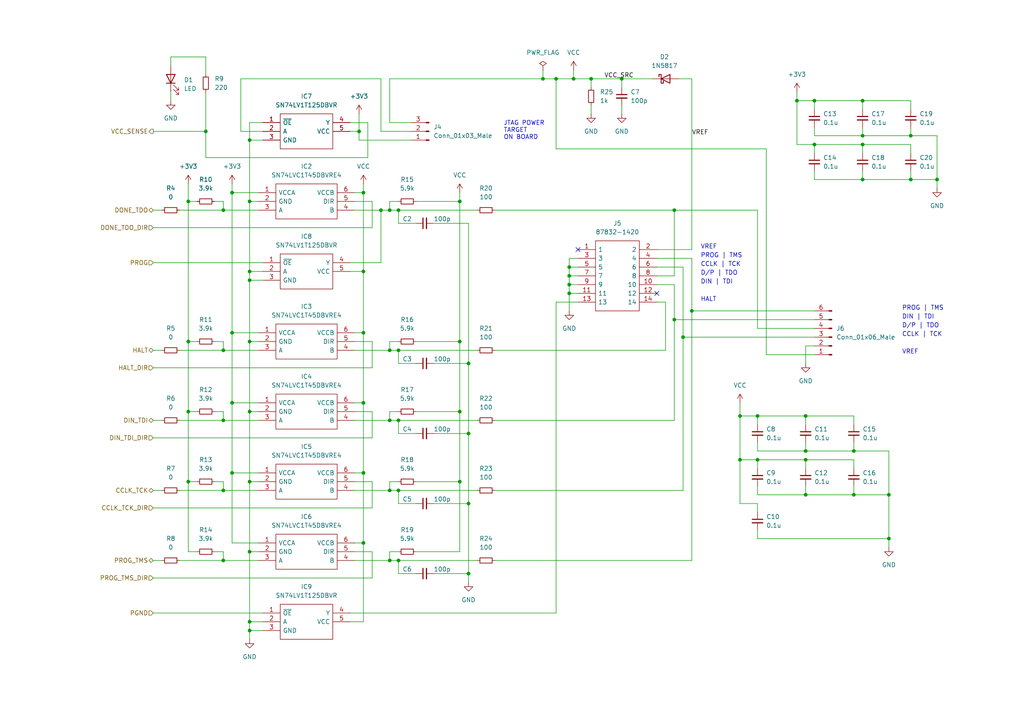
<source format=kicad_sch>
(kicad_sch (version 20211123) (generator eeschema)
  (paper "A4")
  (lib_symbols
    (symbol "Connector:Conn_01x03_Male" (pin_names (offset 1.016) hide)
      (property "Reference" "J" (at 0 5.08 0))
      (property "Value" "Conn_01x03_Male" (at 0 -5.08 0))
      (symbol "Conn_01x03_Male_1_1"
        (polyline (pts (xy 1.27 -2.54) (xy 0.8636 -2.54)) (stroke (width 0.1524)))
        (polyline (pts (xy 1.27 0) (xy 0.8636 0)) (stroke (width 0.1524)))
        (polyline (pts (xy 1.27 2.54) (xy 0.8636 2.54)) (stroke (width 0.1524)))
        (rectangle (start 0.8636 -2.413) (end 0 -2.667) (stroke (width 0.1524)) (fill (type outline)))
        (rectangle (start 0.8636 0.127) (end 0 -0.127) (stroke (width 0.1524)) (fill (type outline)))
        (rectangle (start 0.8636 2.667) (end 0 2.413) (stroke (width 0.1524)) (fill (type outline)))
        (pin passive line (at 5.08 2.54 180) (length 3.81) (name "Pin_1") (number "1"))
        (pin passive line (at 5.08 0 180) (length 3.81) (name "Pin_2") (number "2"))
        (pin passive line (at 5.08 -2.54 180) (length 3.81) (name "Pin_3") (number "3"))
      )
    )
    (symbol "Connector:Conn_01x06_Male" (pin_names (offset 1.016) hide)
      (property "Reference" "J" (at 0 7.62 0))
      (property "Value" "Conn_01x06_Male" (at 0 -10.16 0))
      (symbol "Conn_01x06_Male_1_1"
        (polyline (pts (xy 1.27 -7.62) (xy 0.8636 -7.62)) (stroke (width 0.1524)))
        (polyline (pts (xy 1.27 -5.08) (xy 0.8636 -5.08)) (stroke (width 0.1524)))
        (polyline (pts (xy 1.27 -2.54) (xy 0.8636 -2.54)) (stroke (width 0.1524)))
        (polyline (pts (xy 1.27 0) (xy 0.8636 0)) (stroke (width 0.1524)))
        (polyline (pts (xy 1.27 2.54) (xy 0.8636 2.54)) (stroke (width 0.1524)))
        (polyline (pts (xy 1.27 5.08) (xy 0.8636 5.08)) (stroke (width 0.1524)))
        (rectangle (start 0.8636 -7.493) (end 0 -7.747) (stroke (width 0.1524)) (fill (type outline)))
        (rectangle (start 0.8636 -4.953) (end 0 -5.207) (stroke (width 0.1524)) (fill (type outline)))
        (rectangle (start 0.8636 -2.413) (end 0 -2.667) (stroke (width 0.1524)) (fill (type outline)))
        (rectangle (start 0.8636 0.127) (end 0 -0.127) (stroke (width 0.1524)) (fill (type outline)))
        (rectangle (start 0.8636 2.667) (end 0 2.413) (stroke (width 0.1524)) (fill (type outline)))
        (rectangle (start 0.8636 5.207) (end 0 4.953) (stroke (width 0.1524)) (fill (type outline)))
        (pin passive line (at 5.08 5.08 180) (length 3.81) (name "Pin_1") (number "1"))
        (pin passive line (at 5.08 2.54 180) (length 3.81) (name "Pin_2") (number "2"))
        (pin passive line (at 5.08 0 180) (length 3.81) (name "Pin_3") (number "3"))
        (pin passive line (at 5.08 -2.54 180) (length 3.81) (name "Pin_4") (number "4"))
        (pin passive line (at 5.08 -5.08 180) (length 3.81) (name "Pin_5") (number "5"))
        (pin passive line (at 5.08 -7.62 180) (length 3.81) (name "Pin_6") (number "6"))
      )
    )
    (symbol "Device:C_Small" (pin_numbers hide) (pin_names (offset 0.254) hide)
      (property "Reference" "C" (at 0.254 1.778 0))
      (property "Value" "C_Small" (at 0.254 -2.032 0))
      (symbol "C_Small_0_1"
        (polyline (pts (xy -1.524 -0.508) (xy 1.524 -0.508)) (stroke (width 0.3302)))
        (polyline (pts (xy -1.524 0.508) (xy 1.524 0.508)) (stroke (width 0.3048)))
      )
      (symbol "C_Small_1_1"
        (pin passive line (at 0 2.54 270) (length 2.032) (name "~") (number "1"))
        (pin passive line (at 0 -2.54 90) (length 2.032) (name "~") (number "2"))
      )
    )
    (symbol "Device:LED" (pin_numbers hide) (pin_names (offset 1.016) hide)
      (property "Reference" "D" (at 0 2.54 0))
      (property "Value" "LED" (at 0 -2.54 0))
      (symbol "LED_0_1"
        (polyline (pts (xy -1.27 -1.27) (xy -1.27 1.27)) (stroke (width 0.254)))
        (polyline (pts (xy -1.27 0) (xy 1.27 0)))
        (polyline (pts (xy 1.27 -1.27) (xy 1.27 1.27) (xy -1.27 0) (xy 1.27 -1.27)) (stroke (width 0.254)))
        (polyline (pts (xy -3.048 -0.762) (xy -4.572 -2.286) (xy -3.81 -2.286) (xy -4.572 -2.286) (xy -4.572 -1.524)))
        (polyline (pts (xy -1.778 -0.762) (xy -3.302 -2.286) (xy -2.54 -2.286) (xy -3.302 -2.286) (xy -3.302 -1.524)))
      )
      (symbol "LED_1_1"
        (pin passive line (at -3.81 0 0) (length 2.54) (name "K") (number "1"))
        (pin passive line (at 3.81 0 180) (length 2.54) (name "A") (number "2"))
      )
    )
    (symbol "Device:R_Small" (pin_numbers hide) (pin_names (offset 0.254) hide)
      (property "Reference" "R" (at 0.762 0.508 0))
      (property "Value" "R_Small" (at 0.762 -1.016 0))
      (symbol "R_Small_0_1"
        (rectangle (start -0.762 1.778) (end 0.762 -1.778) (stroke (width 0.2032)))
      )
      (symbol "R_Small_1_1"
        (pin passive line (at 0 2.54 270) (length 0.762) (name "~") (number "1"))
        (pin passive line (at 0 -2.54 90) (length 0.762) (name "~") (number "2"))
      )
    )
    (symbol "Diode:1N5817" (pin_numbers hide) (pin_names (offset 1.016) hide)
      (property "Reference" "D" (at 0 2.54 0))
      (property "Value" "1N5817" (at 0 -2.54 0))
      (symbol "1N5817_0_1"
        (polyline (pts (xy 1.27 0) (xy -1.27 0)))
        (polyline (pts (xy 1.27 1.27) (xy 1.27 -1.27) (xy -1.27 0) (xy 1.27 1.27)) (stroke (width 0.254)))
        (polyline (pts (xy -1.905 0.635) (xy -1.905 1.27) (xy -1.27 1.27) (xy -1.27 -1.27) (xy -0.635 -1.27) (xy -0.635 -0.635)) (stroke (width 0.254)))
      )
      (symbol "1N5817_1_1"
        (pin passive line (at -3.81 0 0) (length 2.54) (name "K") (number "1"))
        (pin passive line (at 3.81 0 180) (length 2.54) (name "A") (number "2"))
      )
    )
    (symbol "LibraryLoader:87832-1420" (pin_names (offset 0.762))
      (property "Reference" "J" (at 19.05 7.62 0))
      (property "Value" "87832-1420" (at 19.05 5.08 0))
      (symbol "87832-1420_0_0"
        (pin passive line (at 0 0 0) (length 5.08) (name "1") (number "1"))
        (pin passive line (at 22.86 -10.16 180) (length 5.08) (name "10") (number "10"))
        (pin passive line (at 0 -12.7 0) (length 5.08) (name "11") (number "11"))
        (pin passive line (at 22.86 -12.7 180) (length 5.08) (name "12") (number "12"))
        (pin passive line (at 0 -15.24 0) (length 5.08) (name "13") (number "13"))
        (pin passive line (at 22.86 -15.24 180) (length 5.08) (name "14") (number "14"))
        (pin passive line (at 22.86 0 180) (length 5.08) (name "2") (number "2"))
        (pin passive line (at 0 -2.54 0) (length 5.08) (name "3") (number "3"))
        (pin passive line (at 22.86 -2.54 180) (length 5.08) (name "4") (number "4"))
        (pin passive line (at 0 -5.08 0) (length 5.08) (name "5") (number "5"))
        (pin passive line (at 22.86 -5.08 180) (length 5.08) (name "6") (number "6"))
        (pin passive line (at 0 -7.62 0) (length 5.08) (name "7") (number "7"))
        (pin passive line (at 22.86 -7.62 180) (length 5.08) (name "8") (number "8"))
        (pin passive line (at 0 -10.16 0) (length 5.08) (name "9") (number "9"))
      )
      (symbol "87832-1420_0_1"
        (polyline (pts (xy 5.08 2.54) (xy 17.78 2.54) (xy 17.78 -17.78) (xy 5.08 -17.78) (xy 5.08 2.54)) (stroke (width 0.1524)))
      )
    )
    (symbol "LibraryLoader:SN74LV1T125DBVR" (pin_names (offset 0.762))
      (property "Reference" "IC" (at 21.59 7.62 0))
      (property "Value" "SN74LV1T125DBVR" (at 21.59 5.08 0))
      (symbol "SN74LV1T125DBVR_0_0"
        (pin passive line (at 0 0 0) (length 5.08) (name "~{OE}") (number "1"))
        (pin passive line (at 0 -2.54 0) (length 5.08) (name "A") (number "2"))
        (pin passive line (at 0 -5.08 0) (length 5.08) (name "GND") (number "3"))
        (pin passive line (at 25.4 0 180) (length 5.08) (name "Y") (number "4"))
        (pin passive line (at 25.4 -2.54 180) (length 5.08) (name "VCC") (number "5"))
      )
      (symbol "SN74LV1T125DBVR_0_1"
        (polyline (pts (xy 5.08 2.54) (xy 20.32 2.54) (xy 20.32 -7.62) (xy 5.08 -7.62) (xy 5.08 2.54)) (stroke (width 0.1524)))
      )
    )
    (symbol "LibraryLoader:SN74LVC1T45DBVRE4" (pin_names (offset 0.762))
      (property "Reference" "IC" (at 24.13 7.62 0))
      (property "Value" "SN74LVC1T45DBVRE4" (at 24.13 5.08 0))
      (symbol "SN74LVC1T45DBVRE4_0_0"
        (pin passive line (at 0 0 0) (length 5.08) (name "VCCA") (number "1"))
        (pin passive line (at 0 -2.54 0) (length 5.08) (name "GND") (number "2"))
        (pin passive line (at 0 -5.08 0) (length 5.08) (name "A") (number "3"))
        (pin passive line (at 27.94 -5.08 180) (length 5.08) (name "B") (number "4"))
        (pin passive line (at 27.94 -2.54 180) (length 5.08) (name "DIR") (number "5"))
        (pin passive line (at 27.94 0 180) (length 5.08) (name "VCCB") (number "6"))
      )
      (symbol "SN74LVC1T45DBVRE4_0_1"
        (polyline (pts (xy 5.08 2.54) (xy 22.86 2.54) (xy 22.86 -7.62) (xy 5.08 -7.62) (xy 5.08 2.54)) (stroke (width 0.1524)))
      )
    )
    (symbol "power:+3.3V" (power) (pin_names (offset 0))
      (property "Value" "+3.3V" (at 0 3.556 0))
      (symbol "+3.3V_0_1"
        (polyline (pts (xy -0.762 1.27) (xy 0 2.54)))
        (polyline (pts (xy 0 0) (xy 0 2.54)))
        (polyline (pts (xy 0 2.54) (xy 0.762 1.27)))
      )
      (symbol "+3.3V_1_1"
        (pin power_in line (at 0 0 90) (length 0) hide (name "+3V3") (number "1"))
      )
    )
    (symbol "power:GND" (power) (pin_names (offset 0))
      (property "Value" "GND" (at 0 -3.81 0))
      (symbol "GND_0_1"
        (polyline (pts (xy 0 0) (xy 0 -1.27) (xy 1.27 -1.27) (xy 0 -2.54) (xy -1.27 -1.27) (xy 0 -1.27)))
      )
      (symbol "GND_1_1"
        (pin power_in line (at 0 0 270) (length 0) hide (name "GND") (number "1"))
      )
    )
    (symbol "power:PWR_FLAG" (power) (pin_numbers hide) (pin_names (offset 0) hide)
      (property "Value" "PWR_FLAG" (at 0 3.81 0))
      (symbol "PWR_FLAG_0_0"
        (pin power_out line (at 0 0 90) (length 0) (name "pwr") (number "1"))
      )
      (symbol "PWR_FLAG_0_1"
        (polyline (pts (xy 0 0) (xy 0 1.27) (xy -1.016 1.905) (xy 0 2.54) (xy 1.016 1.905) (xy 0 1.27)))
      )
    )
    (symbol "power:VCC" (power) (pin_names (offset 0))
      (property "Value" "VCC" (at 0 3.81 0))
      (symbol "VCC_0_1"
        (polyline (pts (xy -0.762 1.27) (xy 0 2.54)))
        (polyline (pts (xy 0 0) (xy 0 2.54)))
        (polyline (pts (xy 0 2.54) (xy 0.762 1.27)))
      )
      (symbol "VCC_1_1"
        (pin power_in line (at 0 0 90) (length 0) hide (name "VCC") (number "1"))
      )
    )
  )
  (junction (at 214.63 133.35))
  (junction (at 250.19 41.91))
  (junction (at 67.31 137.16))
  (junction (at 250.19 29.21))
  (junction (at 195.58 92.71))
  (junction (at 236.22 41.91))
  (junction (at 271.78 52.07))
  (junction (at 247.65 143.51))
  (junction (at 135.89 105.41))
  (junction (at 54.61 119.38))
  (junction (at 165.1 80.01))
  (junction (at 113.03 101.6))
  (junction (at 195.58 60.96))
  (junction (at 233.68 120.65))
  (junction (at 133.35 99.06))
  (junction (at 157.48 22.86))
  (junction (at 110.49 60.96))
  (junction (at 113.03 60.96))
  (junction (at 72.39 78.74))
  (junction (at 214.63 120.65))
  (junction (at 165.1 85.09))
  (junction (at 166.37 22.86))
  (junction (at 67.31 96.52))
  (junction (at 257.81 143.51))
  (junction (at 67.31 116.84))
  (junction (at 165.1 82.55))
  (junction (at 105.41 157.48))
  (junction (at 113.03 142.24))
  (junction (at 64.77 101.6))
  (junction (at 264.16 52.07))
  (junction (at 72.39 99.06))
  (junction (at 133.35 139.7))
  (junction (at 219.71 133.35))
  (junction (at 64.77 121.92))
  (junction (at 105.41 96.52))
  (junction (at 105.41 137.16))
  (junction (at 72.39 182.88))
  (junction (at 105.41 55.88))
  (junction (at 72.39 58.42))
  (junction (at 105.41 116.84))
  (junction (at 165.1 77.47))
  (junction (at 171.45 22.86))
  (junction (at 219.71 120.65))
  (junction (at 105.41 78.74))
  (junction (at 233.68 130.81))
  (junction (at 115.57 60.96))
  (junction (at 67.31 55.88))
  (junction (at 264.16 39.37))
  (junction (at 64.77 162.56))
  (junction (at 113.03 121.92))
  (junction (at 161.29 22.86))
  (junction (at 54.61 139.7))
  (junction (at 115.57 101.6))
  (junction (at 115.57 162.56))
  (junction (at 135.89 146.05))
  (junction (at 233.68 143.51))
  (junction (at 180.34 22.86))
  (junction (at 250.19 39.37))
  (junction (at 64.77 60.96))
  (junction (at 231.14 29.21))
  (junction (at 200.66 90.17))
  (junction (at 133.35 119.38))
  (junction (at 250.19 52.07))
  (junction (at 104.14 38.1))
  (junction (at 64.77 142.24))
  (junction (at 72.39 81.28))
  (junction (at 54.61 58.42))
  (junction (at 135.89 125.73))
  (junction (at 59.69 38.1))
  (junction (at 133.35 58.42))
  (junction (at 113.03 162.56))
  (junction (at 54.61 99.06))
  (junction (at 72.39 119.38))
  (junction (at 247.65 130.81))
  (junction (at 135.89 166.37))
  (junction (at 72.39 160.02))
  (junction (at 257.81 156.21))
  (junction (at 72.39 40.64))
  (junction (at 198.12 97.79))
  (junction (at 72.39 139.7))
  (junction (at 236.22 29.21))
  (junction (at 233.68 133.35))
  (junction (at 115.57 121.92))
  (junction (at 72.39 180.34))
  (junction (at 115.57 142.24))
  (no_connect (at 190.5 85.09))
  (no_connect (at 167.64 72.39))
  (wire (pts (xy 125.73 105.41) (xy 135.89 105.41)))
  (wire (pts (xy 105.41 116.84) (xy 105.41 96.52)))
  (wire (pts (xy 247.65 143.51) (xy 247.65 140.97)))
  (wire (pts (xy 193.04 87.63) (xy 193.04 101.6)))
  (wire (pts (xy 59.69 45.72) (xy 59.69 38.1)))
  (wire (pts (xy 219.71 128.27) (xy 219.71 130.81)))
  (wire (pts (xy 113.03 22.86) (xy 113.03 35.56)))
  (wire (pts (xy 44.45 162.56) (xy 46.99 162.56)))
  (wire (pts (xy 236.22 31.75) (xy 236.22 29.21)))
  (wire (pts (xy 54.61 139.7) (xy 54.61 119.38)))
  (wire (pts (xy 193.04 101.6) (xy 143.51 101.6)))
  (wire (pts (xy 74.93 99.06) (xy 72.39 99.06)))
  (wire (pts (xy 113.03 22.86) (xy 157.48 22.86)))
  (wire (pts (xy 247.65 120.65) (xy 247.65 123.19)))
  (wire (pts (xy 222.25 43.18) (xy 161.29 43.18)))
  (wire (pts (xy 165.1 77.47) (xy 167.64 77.47)))
  (wire (pts (xy 195.58 80.01) (xy 195.58 60.96)))
  (wire (pts (xy 180.34 22.86) (xy 171.45 22.86)))
  (wire (pts (xy 102.87 55.88) (xy 105.41 55.88)))
  (wire (pts (xy 236.22 39.37) (xy 250.19 39.37)))
  (wire (pts (xy 76.2 180.34) (xy 72.39 180.34)))
  (wire (pts (xy 64.77 160.02) (xy 64.77 162.56)))
  (wire (pts (xy 165.1 80.01) (xy 165.1 82.55)))
  (wire (pts (xy 110.49 38.1) (xy 119.38 38.1)))
  (wire (pts (xy 113.03 162.56) (xy 102.87 162.56)))
  (wire (pts (xy 214.63 120.65) (xy 214.63 133.35)))
  (wire (pts (xy 250.19 31.75) (xy 250.19 29.21)))
  (wire (pts (xy 198.12 142.24) (xy 143.51 142.24)))
  (wire (pts (xy 236.22 41.91) (xy 250.19 41.91)))
  (wire (pts (xy 101.6 177.8) (xy 161.29 177.8)))
  (wire (pts (xy 44.45 106.68) (xy 107.95 106.68)))
  (wire (pts (xy 231.14 41.91) (xy 236.22 41.91)))
  (wire (pts (xy 214.63 146.05) (xy 214.63 133.35)))
  (wire (pts (xy 105.41 180.34) (xy 105.41 157.48)))
  (wire (pts (xy 165.1 85.09) (xy 167.64 85.09)))
  (wire (pts (xy 257.81 143.51) (xy 257.81 156.21)))
  (wire (pts (xy 233.68 133.35) (xy 233.68 135.89)))
  (wire (pts (xy 125.73 146.05) (xy 135.89 146.05)))
  (wire (pts (xy 271.78 54.61) (xy 271.78 52.07)))
  (wire (pts (xy 115.57 60.96) (xy 113.03 60.96)))
  (wire (pts (xy 190.5 80.01) (xy 195.58 80.01)))
  (wire (pts (xy 271.78 39.37) (xy 264.16 39.37)))
  (wire (pts (xy 76.2 40.64) (xy 72.39 40.64)))
  (wire (pts (xy 161.29 22.86) (xy 157.48 22.86)))
  (wire (pts (xy 119.38 40.64) (xy 104.14 40.64)))
  (wire (pts (xy 250.19 52.07) (xy 250.19 49.53)))
  (wire (pts (xy 125.73 125.73) (xy 135.89 125.73)))
  (wire (pts (xy 135.89 125.73) (xy 135.89 146.05)))
  (wire (pts (xy 219.71 146.05) (xy 214.63 146.05)))
  (wire (pts (xy 64.77 99.06) (xy 64.77 101.6)))
  (wire (pts (xy 135.89 146.05) (xy 135.89 166.37)))
  (wire (pts (xy 115.57 99.06) (xy 113.03 99.06)))
  (wire (pts (xy 264.16 41.91) (xy 264.16 44.45)))
  (wire (pts (xy 110.49 60.96) (xy 102.87 60.96)))
  (wire (pts (xy 115.57 139.7) (xy 113.03 139.7)))
  (wire (pts (xy 44.45 38.1) (xy 59.69 38.1)))
  (wire (pts (xy 101.6 76.2) (xy 110.49 76.2)))
  (wire (pts (xy 200.66 74.93) (xy 190.5 74.93)))
  (wire (pts (xy 133.35 58.42) (xy 133.35 55.88)))
  (wire (pts (xy 67.31 96.52) (xy 67.31 55.88)))
  (wire (pts (xy 44.45 147.32) (xy 107.95 147.32)))
  (wire (pts (xy 105.41 78.74) (xy 105.41 55.88)))
  (wire (pts (xy 64.77 121.92) (xy 74.93 121.92)))
  (wire (pts (xy 171.45 22.86) (xy 171.45 25.4)))
  (wire (pts (xy 72.39 81.28) (xy 76.2 81.28)))
  (wire (pts (xy 165.1 82.55) (xy 165.1 85.09)))
  (wire (pts (xy 115.57 101.6) (xy 138.43 101.6)))
  (wire (pts (xy 72.39 185.42) (xy 72.39 182.88)))
  (wire (pts (xy 200.66 90.17) (xy 236.22 90.17)))
  (wire (pts (xy 115.57 101.6) (xy 113.03 101.6)))
  (wire (pts (xy 120.65 146.05) (xy 115.57 146.05)))
  (wire (pts (xy 236.22 29.21) (xy 231.14 29.21)))
  (wire (pts (xy 264.16 39.37) (xy 264.16 36.83)))
  (wire (pts (xy 219.71 95.25) (xy 236.22 95.25)))
  (wire (pts (xy 107.95 127) (xy 107.95 119.38)))
  (wire (pts (xy 105.41 96.52) (xy 105.41 78.74)))
  (wire (pts (xy 54.61 53.34) (xy 54.61 58.42)))
  (wire (pts (xy 236.22 100.33) (xy 233.68 100.33)))
  (wire (pts (xy 264.16 29.21) (xy 264.16 31.75)))
  (wire (pts (xy 62.23 58.42) (xy 64.77 58.42)))
  (wire (pts (xy 72.39 160.02) (xy 72.39 180.34)))
  (wire (pts (xy 200.66 72.39) (xy 200.66 22.86)))
  (wire (pts (xy 236.22 102.87) (xy 222.25 102.87)))
  (wire (pts (xy 115.57 160.02) (xy 113.03 160.02)))
  (wire (pts (xy 219.71 156.21) (xy 257.81 156.21)))
  (wire (pts (xy 219.71 133.35) (xy 233.68 133.35)))
  (wire (pts (xy 74.93 137.16) (xy 67.31 137.16)))
  (wire (pts (xy 250.19 39.37) (xy 264.16 39.37)))
  (wire (pts (xy 59.69 16.51) (xy 59.69 21.59)))
  (wire (pts (xy 231.14 29.21) (xy 231.14 41.91)))
  (wire (pts (xy 62.23 119.38) (xy 64.77 119.38)))
  (wire (pts (xy 161.29 87.63) (xy 167.64 87.63)))
  (wire (pts (xy 64.77 119.38) (xy 64.77 121.92)))
  (wire (pts (xy 233.68 130.81) (xy 247.65 130.81)))
  (wire (pts (xy 120.65 99.06) (xy 133.35 99.06)))
  (wire (pts (xy 171.45 22.86) (xy 166.37 22.86)))
  (wire (pts (xy 72.39 81.28) (xy 72.39 99.06)))
  (wire (pts (xy 219.71 143.51) (xy 233.68 143.51)))
  (wire (pts (xy 64.77 142.24) (xy 74.93 142.24)))
  (wire (pts (xy 107.95 160.02) (xy 102.87 160.02)))
  (wire (pts (xy 219.71 135.89) (xy 219.71 133.35)))
  (wire (pts (xy 105.41 157.48) (xy 105.41 137.16)))
  (wire (pts (xy 198.12 97.79) (xy 198.12 142.24)))
  (wire (pts (xy 74.93 139.7) (xy 72.39 139.7)))
  (wire (pts (xy 180.34 22.86) (xy 180.34 25.4)))
  (wire (pts (xy 219.71 120.65) (xy 214.63 120.65)))
  (wire (pts (xy 161.29 177.8) (xy 161.29 87.63)))
  (wire (pts (xy 171.45 30.48) (xy 171.45 33.02)))
  (wire (pts (xy 52.07 101.6) (xy 64.77 101.6)))
  (wire (pts (xy 257.81 130.81) (xy 257.81 143.51)))
  (wire (pts (xy 166.37 22.86) (xy 161.29 22.86)))
  (wire (pts (xy 101.6 35.56) (xy 106.68 35.56)))
  (wire (pts (xy 198.12 77.47) (xy 198.12 97.79)))
  (wire (pts (xy 49.53 26.67) (xy 49.53 29.21)))
  (wire (pts (xy 67.31 116.84) (xy 67.31 96.52)))
  (wire (pts (xy 135.89 105.41) (xy 135.89 125.73)))
  (wire (pts (xy 104.14 40.64) (xy 104.14 38.1)))
  (wire (pts (xy 250.19 29.21) (xy 264.16 29.21)))
  (wire (pts (xy 52.07 60.96) (xy 64.77 60.96)))
  (wire (pts (xy 44.45 167.64) (xy 107.95 167.64)))
  (wire (pts (xy 74.93 58.42) (xy 72.39 58.42)))
  (wire (pts (xy 72.39 99.06) (xy 72.39 119.38)))
  (wire (pts (xy 59.69 26.67) (xy 59.69 38.1)))
  (wire (pts (xy 257.81 156.21) (xy 257.81 158.75)))
  (wire (pts (xy 214.63 116.84) (xy 214.63 120.65)))
  (wire (pts (xy 233.68 123.19) (xy 233.68 120.65)))
  (wire (pts (xy 271.78 52.07) (xy 271.78 39.37)))
  (wire (pts (xy 67.31 157.48) (xy 67.31 137.16)))
  (wire (pts (xy 115.57 121.92) (xy 113.03 121.92)))
  (wire (pts (xy 54.61 58.42) (xy 57.15 58.42)))
  (wire (pts (xy 219.71 148.59) (xy 219.71 146.05)))
  (wire (pts (xy 113.03 119.38) (xy 113.03 121.92)))
  (wire (pts (xy 133.35 99.06) (xy 133.35 58.42)))
  (wire (pts (xy 143.51 60.96) (xy 195.58 60.96)))
  (wire (pts (xy 120.65 64.77) (xy 115.57 64.77)))
  (wire (pts (xy 72.39 78.74) (xy 76.2 78.74)))
  (wire (pts (xy 74.93 160.02) (xy 72.39 160.02)))
  (wire (pts (xy 236.22 49.53) (xy 236.22 52.07)))
  (wire (pts (xy 250.19 52.07) (xy 264.16 52.07)))
  (wire (pts (xy 101.6 38.1) (xy 104.14 38.1)))
  (wire (pts (xy 133.35 119.38) (xy 133.35 99.06)))
  (wire (pts (xy 264.16 52.07) (xy 264.16 49.53)))
  (wire (pts (xy 195.58 82.55) (xy 195.58 92.71)))
  (wire (pts (xy 165.1 85.09) (xy 165.1 90.17)))
  (wire (pts (xy 107.95 106.68) (xy 107.95 99.06)))
  (wire (pts (xy 233.68 120.65) (xy 247.65 120.65)))
  (wire (pts (xy 233.68 100.33) (xy 233.68 105.41)))
  (wire (pts (xy 219.71 140.97) (xy 219.71 143.51)))
  (wire (pts (xy 44.45 142.24) (xy 46.99 142.24)))
  (wire (pts (xy 157.48 20.32) (xy 157.48 22.86)))
  (wire (pts (xy 54.61 99.06) (xy 57.15 99.06)))
  (wire (pts (xy 72.39 78.74) (xy 72.39 81.28)))
  (wire (pts (xy 120.65 160.02) (xy 133.35 160.02)))
  (wire (pts (xy 236.22 41.91) (xy 236.22 44.45)))
  (wire (pts (xy 64.77 139.7) (xy 64.77 142.24)))
  (wire (pts (xy 233.68 130.81) (xy 233.68 128.27)))
  (wire (pts (xy 247.65 133.35) (xy 233.68 133.35)))
  (wire (pts (xy 106.68 35.56) (xy 106.68 45.72)))
  (wire (pts (xy 101.6 78.74) (xy 105.41 78.74)))
  (wire (pts (xy 115.57 121.92) (xy 138.43 121.92)))
  (wire (pts (xy 219.71 153.67) (xy 219.71 156.21)))
  (wire (pts (xy 72.39 139.7) (xy 72.39 160.02)))
  (wire (pts (xy 110.49 76.2) (xy 110.49 60.96)))
  (wire (pts (xy 102.87 142.24) (xy 113.03 142.24)))
  (wire (pts (xy 231.14 29.21) (xy 231.14 26.67)))
  (wire (pts (xy 64.77 162.56) (xy 74.93 162.56)))
  (wire (pts (xy 72.39 180.34) (xy 72.39 182.88)))
  (wire (pts (xy 113.03 60.96) (xy 110.49 60.96)))
  (wire (pts (xy 247.65 130.81) (xy 247.65 128.27)))
  (wire (pts (xy 72.39 119.38) (xy 72.39 139.7)))
  (wire (pts (xy 120.65 119.38) (xy 133.35 119.38)))
  (wire (pts (xy 115.57 58.42) (xy 113.03 58.42)))
  (wire (pts (xy 57.15 139.7) (xy 54.61 139.7)))
  (wire (pts (xy 180.34 30.48) (xy 180.34 33.02)))
  (wire (pts (xy 64.77 60.96) (xy 74.93 60.96)))
  (wire (pts (xy 200.66 74.93) (xy 200.66 90.17)))
  (wire (pts (xy 54.61 58.42) (xy 54.61 99.06)))
  (wire (pts (xy 233.68 120.65) (xy 219.71 120.65)))
  (wire (pts (xy 102.87 116.84) (xy 105.41 116.84)))
  (wire (pts (xy 143.51 121.92) (xy 195.58 121.92)))
  (wire (pts (xy 250.19 39.37) (xy 250.19 36.83)))
  (wire (pts (xy 161.29 43.18) (xy 161.29 22.86)))
  (wire (pts (xy 52.07 142.24) (xy 64.77 142.24)))
  (wire (pts (xy 250.19 41.91) (xy 250.19 44.45)))
  (wire (pts (xy 250.19 29.21) (xy 236.22 29.21)))
  (wire (pts (xy 107.95 139.7) (xy 102.87 139.7)))
  (wire (pts (xy 115.57 162.56) (xy 113.03 162.56)))
  (wire (pts (xy 44.45 121.92) (xy 46.99 121.92)))
  (wire (pts (xy 200.66 162.56) (xy 200.66 90.17)))
  (wire (pts (xy 107.95 119.38) (xy 102.87 119.38)))
  (wire (pts (xy 250.19 41.91) (xy 264.16 41.91)))
  (wire (pts (xy 107.95 99.06) (xy 102.87 99.06)))
  (wire (pts (xy 54.61 160.02) (xy 54.61 139.7)))
  (wire (pts (xy 107.95 167.64) (xy 107.95 160.02)))
  (wire (pts (xy 49.53 16.51) (xy 59.69 16.51)))
  (wire (pts (xy 44.45 177.8) (xy 76.2 177.8)))
  (wire (pts (xy 57.15 160.02) (xy 54.61 160.02)))
  (wire (pts (xy 62.23 99.06) (xy 64.77 99.06)))
  (wire (pts (xy 189.23 22.86) (xy 180.34 22.86)))
  (wire (pts (xy 76.2 35.56) (xy 72.39 35.56)))
  (wire (pts (xy 106.68 45.72) (xy 59.69 45.72)))
  (wire (pts (xy 195.58 92.71) (xy 195.58 121.92)))
  (wire (pts (xy 247.65 135.89) (xy 247.65 133.35)))
  (wire (pts (xy 198.12 97.79) (xy 236.22 97.79)))
  (wire (pts (xy 44.45 60.96) (xy 46.99 60.96)))
  (wire (pts (xy 105.41 55.88) (xy 105.41 53.34)))
  (wire (pts (xy 120.65 105.41) (xy 115.57 105.41)))
  (wire (pts (xy 76.2 38.1) (xy 69.85 38.1)))
  (wire (pts (xy 115.57 166.37) (xy 115.57 162.56)))
  (wire (pts (xy 125.73 64.77) (xy 135.89 64.77)))
  (wire (pts (xy 247.65 143.51) (xy 257.81 143.51)))
  (wire (pts (xy 72.39 58.42) (xy 72.39 78.74)))
  (wire (pts (xy 166.37 20.32) (xy 166.37 22.86)))
  (wire (pts (xy 105.41 137.16) (xy 105.41 116.84)))
  (wire (pts (xy 72.39 35.56) (xy 72.39 40.64)))
  (wire (pts (xy 74.93 55.88) (xy 67.31 55.88)))
  (wire (pts (xy 115.57 142.24) (xy 138.43 142.24)))
  (wire (pts (xy 219.71 60.96) (xy 219.71 95.25)))
  (wire (pts (xy 64.77 101.6) (xy 74.93 101.6)))
  (wire (pts (xy 62.23 139.7) (xy 64.77 139.7)))
  (wire (pts (xy 113.03 139.7) (xy 113.03 142.24)))
  (wire (pts (xy 52.07 162.56) (xy 64.77 162.56)))
  (wire (pts (xy 198.12 77.47) (xy 190.5 77.47)))
  (wire (pts (xy 64.77 58.42) (xy 64.77 60.96)))
  (wire (pts (xy 74.93 157.48) (xy 67.31 157.48)))
  (wire (pts (xy 74.93 119.38) (xy 72.39 119.38)))
  (wire (pts (xy 233.68 143.51) (xy 233.68 140.97)))
  (wire (pts (xy 190.5 72.39) (xy 200.66 72.39)))
  (wire (pts (xy 115.57 119.38) (xy 113.03 119.38)))
  (wire (pts (xy 107.95 147.32) (xy 107.95 139.7)))
  (wire (pts (xy 44.45 101.6) (xy 46.99 101.6)))
  (wire (pts (xy 101.6 180.34) (xy 105.41 180.34)))
  (wire (pts (xy 165.1 80.01) (xy 167.64 80.01)))
  (wire (pts (xy 120.65 139.7) (xy 133.35 139.7)))
  (wire (pts (xy 104.14 38.1) (xy 104.14 33.02)))
  (wire (pts (xy 72.39 40.64) (xy 72.39 58.42)))
  (wire (pts (xy 113.03 160.02) (xy 113.03 162.56)))
  (wire (pts (xy 102.87 96.52) (xy 105.41 96.52)))
  (wire (pts (xy 67.31 55.88) (xy 67.31 53.34)))
  (wire (pts (xy 102.87 121.92) (xy 113.03 121.92)))
  (wire (pts (xy 247.65 130.81) (xy 257.81 130.81)))
  (wire (pts (xy 67.31 137.16) (xy 67.31 116.84)))
  (wire (pts (xy 110.49 22.86) (xy 110.49 38.1)))
  (wire (pts (xy 135.89 168.91) (xy 135.89 166.37)))
  (wire (pts (xy 115.57 64.77) (xy 115.57 60.96)))
  (wire (pts (xy 113.03 35.56) (xy 119.38 35.56)))
  (wire (pts (xy 52.07 121.92) (xy 64.77 121.92)))
  (wire (pts (xy 74.93 96.52) (xy 67.31 96.52)))
  (wire (pts (xy 120.65 58.42) (xy 133.35 58.42)))
  (wire (pts (xy 222.25 43.18) (xy 222.25 102.87)))
  (wire (pts (xy 135.89 64.77) (xy 135.89 105.41)))
  (wire (pts (xy 135.89 166.37) (xy 125.73 166.37)))
  (wire (pts (xy 133.35 139.7) (xy 133.35 119.38)))
  (wire (pts (xy 69.85 22.86) (xy 110.49 22.86)))
  (wire (pts (xy 54.61 99.06) (xy 54.61 119.38)))
  (wire (pts (xy 49.53 19.05) (xy 49.53 16.51)))
  (wire (pts (xy 115.57 60.96) (xy 138.43 60.96)))
  (wire (pts (xy 113.03 99.06) (xy 113.03 101.6)))
  (wire (pts (xy 113.03 58.42) (xy 113.03 60.96)))
  (wire (pts (xy 214.63 133.35) (xy 219.71 133.35)))
  (wire (pts (xy 233.68 143.51) (xy 247.65 143.51)))
  (wire (pts (xy 72.39 182.88) (xy 76.2 182.88)))
  (wire (pts (xy 165.1 77.47) (xy 165.1 80.01)))
  (wire (pts (xy 113.03 101.6) (xy 102.87 101.6)))
  (wire (pts (xy 195.58 60.96) (xy 219.71 60.96)))
  (wire (pts (xy 44.45 66.04) (xy 107.95 66.04)))
  (wire (pts (xy 102.87 137.16) (xy 105.41 137.16)))
  (wire (pts (xy 115.57 146.05) (xy 115.57 142.24)))
  (wire (pts (xy 113.03 142.24) (xy 115.57 142.24)))
  (wire (pts (xy 62.23 160.02) (xy 64.77 160.02)))
  (wire (pts (xy 115.57 105.41) (xy 115.57 101.6)))
  (wire (pts (xy 167.64 74.93) (xy 165.1 74.93)))
  (wire (pts (xy 236.22 36.83) (xy 236.22 39.37)))
  (wire (pts (xy 219.71 123.19) (xy 219.71 120.65)))
  (wire (pts (xy 107.95 66.04) (xy 107.95 58.42)))
  (wire (pts (xy 44.45 127) (xy 107.95 127)))
  (wire (pts (xy 120.65 166.37) (xy 115.57 166.37)))
  (wire (pts (xy 165.1 82.55) (xy 167.64 82.55)))
  (wire (pts (xy 143.51 162.56) (xy 200.66 162.56)))
  (wire (pts (xy 44.45 76.2) (xy 76.2 76.2)))
  (wire (pts (xy 190.5 87.63) (xy 193.04 87.63)))
  (wire (pts (xy 74.93 116.84) (xy 67.31 116.84)))
  (wire (pts (xy 57.15 119.38) (xy 54.61 119.38)))
  (wire (pts (xy 115.57 162.56) (xy 138.43 162.56)))
  (wire (pts (xy 236.22 52.07) (xy 250.19 52.07)))
  (wire (pts (xy 133.35 160.02) (xy 133.35 139.7)))
  (wire (pts (xy 195.58 82.55) (xy 190.5 82.55)))
  (wire (pts (xy 195.58 92.71) (xy 236.22 92.71)))
  (wire (pts (xy 219.71 130.81) (xy 233.68 130.81)))
  (wire (pts (xy 165.1 74.93) (xy 165.1 77.47)))
  (wire (pts (xy 107.95 58.42) (xy 102.87 58.42)))
  (wire (pts (xy 196.85 22.86) (xy 200.66 22.86)))
  (wire (pts (xy 120.65 125.73) (xy 115.57 125.73)))
  (wire (pts (xy 115.57 125.73) (xy 115.57 121.92)))
  (wire (pts (xy 264.16 52.07) (xy 271.78 52.07)))
  (wire (pts (xy 69.85 38.1) (xy 69.85 22.86)))
  (wire (pts (xy 102.87 157.48) (xy 105.41 157.48)))
  (text "CCLK | TCK" (at 203.2 77.47 0) (effects (font (size 1.27 1.27)) (justify left bottom)))
  (text "VREF" (at 261.62 102.87 0) (effects (font (size 1.27 1.27)) (justify left bottom)))
  (text "PROG | TMS" (at 261.62 90.17 0) (effects (font (size 1.27 1.27)) (justify left bottom)))
  (text "D/P | TDO" (at 261.62 95.25 0) (effects (font (size 1.27 1.27)) (justify left bottom)))
  (text "HALT" (at 203.2 87.63 0) (effects (font (size 1.27 1.27)) (justify left bottom)))
  (text "DIN | TDI" (at 203.2 82.55 0) (effects (font (size 1.27 1.27)) (justify left bottom)))
  (text "D/P | TDO" (at 203.2 80.01 0) (effects (font (size 1.27 1.27)) (justify left bottom)))
  (text "VREF" (at 203.2 72.39 0) (effects (font (size 1.27 1.27)) (justify left bottom)))
  (text "DIN | TDI" (at 261.62 92.71 0) (effects (font (size 1.27 1.27)) (justify left bottom)))
  (text "CCLK | TCK" (at 261.62 97.79 0) (effects (font (size 1.27 1.27)) (justify left bottom)))
  (text "PROG | TMS" (at 203.2 74.93 0) (effects (font (size 1.27 1.27)) (justify left bottom)))
  (text "JTAG POWER\nTARGET\nON BOARD" (at 146.05 40.64 0) (effects (font (size 1.27 1.27)) (justify left bottom)))
  (label "VCC_SRC" (at 175.26 22.86 0))
  (label "VREF" (at 200.66 39.37 0))
  (hierarchical_label "VCC_SENSE" (shape output) (at 44.45 38.1 180))
  (hierarchical_label "CCLK_TCK_DIR" (shape input) (at 44.45 147.32 180))
  (hierarchical_label "CCLK_TCK" (shape bidirectional) (at 44.45 142.24 180))
  (hierarchical_label "PROG" (shape input) (at 44.45 76.2 180))
  (hierarchical_label "HALT" (shape bidirectional) (at 44.45 101.6 180))
  (hierarchical_label "HALT_DIR" (shape input) (at 44.45 106.68 180))
  (hierarchical_label "PGND" (shape input) (at 44.45 177.8 180))
  (hierarchical_label "PROG_TMS" (shape bidirectional) (at 44.45 162.56 180))
  (hierarchical_label "DONE_TDO" (shape bidirectional) (at 44.45 60.96 180))
  (hierarchical_label "DIN_TDI" (shape bidirectional) (at 44.45 121.92 180))
  (hierarchical_label "DIN_TDI_DIR" (shape input) (at 44.45 127 180))
  (hierarchical_label "PROG_TMS_DIR" (shape input) (at 44.45 167.64 180))
  (hierarchical_label "DONE_TDO_DIR" (shape input) (at 44.45 66.04 180))
  (symbol (lib_id "Device:R_Small") (at 59.69 139.7 90) (unit 1)
    (property "Reference" "R13" (at 59.69 133.35 90))
    (property "Value" "3.9k" (at 59.69 135.89 90))
    (property "Footprint" "Resistor_SMD:R_0805_2012Metric_Pad1.20x1.40mm_HandSolder" (effects hide))
  )
  (symbol (lib_id "LibraryLoader:SN74LVC1T45DBVRE4") (at 74.93 157.48 0) (unit 1)
    (property "Reference" "IC6" (at 88.9 149.86 0))
    (property "Value" "SN74LVC1T45DBVRE4" (at 88.9 152.4 0))
    (property "Footprint" "LibraryLoader:SOT95P280X145-6N" (effects hide))
    (property "Datasheet" "http://www.ti.com/lit/ds/symlink/sn74lvc1t45.pdf?ts=1588328238734" (effects hide))
    (property "Description" "Translation - Voltage Levels SNGL Bit Dual Supply Bus Transceiver" (effects hide))
    (property "Height" "1.45" (effects hide))
    (property "Mouser Part Number" "595-74LVC1T45DBVRE4" (effects hide))
    (property "Mouser Price/Stock" "https://www.mouser.co.uk/ProductDetail/Texas-Instruments/SN74LVC1T45DBVRE4?qs=pajgIaoyDUghb8lQHGwgsA%3D%3D" (effects hide))
    (property "Manufacturer_Name" "Texas Instruments" (effects hide))
    (property "Manufacturer_Part_Number" "SN74LVC1T45DBVRE4" (effects hide))
  )
  (symbol (lib_id "Device:R_Small") (at 118.11 119.38 90) (unit 1)
    (property "Reference" "R17" (at 118.11 113.03 90))
    (property "Value" "5.9k" (at 118.11 115.57 90))
    (property "Footprint" "Resistor_SMD:R_0805_2012Metric_Pad1.20x1.40mm_HandSolder" (effects hide))
  )
  (symbol (lib_id "LibraryLoader:SN74LVC1T45DBVRE4") (at 74.93 55.88 0) (unit 1)
    (property "Reference" "IC2" (at 88.9 48.26 0))
    (property "Value" "SN74LVC1T45DBVRE4" (at 88.9 50.8 0))
    (property "Footprint" "LibraryLoader:SOT95P280X145-6N" (effects hide))
    (property "Datasheet" "http://www.ti.com/lit/ds/symlink/sn74lvc1t45.pdf?ts=1588328238734" (effects hide))
    (property "Description" "Translation - Voltage Levels SNGL Bit Dual Supply Bus Transceiver" (effects hide))
    (property "Height" "1.45" (effects hide))
    (property "Mouser Part Number" "595-74LVC1T45DBVRE4" (effects hide))
    (property "Mouser Price/Stock" "https://www.mouser.co.uk/ProductDetail/Texas-Instruments/SN74LVC1T45DBVRE4?qs=pajgIaoyDUghb8lQHGwgsA%3D%3D" (effects hide))
    (property "Manufacturer_Name" "Texas Instruments" (effects hide))
    (property "Manufacturer_Part_Number" "SN74LVC1T45DBVRE4" (effects hide))
  )
  (symbol (lib_id "Device:R_Small") (at 118.11 160.02 90) (unit 1)
    (property "Reference" "R19" (at 118.11 153.67 90))
    (property "Value" "5.9k" (at 118.11 156.21 90))
    (property "Footprint" "Resistor_SMD:R_0805_2012Metric_Pad1.20x1.40mm_HandSolder" (effects hide))
  )
  (symbol (lib_id "Device:R_Small") (at 59.69 99.06 90) (unit 1)
    (property "Reference" "R11" (at 59.69 92.71 90))
    (property "Value" "3.9k" (at 59.69 95.25 90))
    (property "Footprint" "Resistor_SMD:R_0805_2012Metric_Pad1.20x1.40mm_HandSolder" (effects hide))
  )
  (symbol (lib_id "power:GND") (at 165.1 90.17 0) (unit 1)
    (property "Reference" "#PWR024" (effects hide))
    (property "Value" "GND" (at 165.1 95.25 0))
  )
  (symbol (lib_id "Device:C_Small") (at 219.71 138.43 0) (unit 1)
    (property "Reference" "C9" (at 222.25 137.1662 0) (effects (justify left)))
    (property "Value" "0.1u" (at 222.25 139.7062 0) (effects (justify left)))
    (property "Footprint" "Capacitor_SMD:C_0805_2012Metric_Pad1.18x1.45mm_HandSolder" (effects hide))
  )
  (symbol (lib_id "Device:R_Small") (at 49.53 142.24 90) (unit 1)
    (property "Reference" "R7" (at 49.53 135.89 90))
    (property "Value" "0" (at 49.53 138.43 90))
    (property "Footprint" "Resistor_SMD:R_0805_2012Metric_Pad1.20x1.40mm_HandSolder" (effects hide))
  )
  (symbol (lib_id "power:VCC") (at 166.37 20.32 0) (unit 1)
    (property "Reference" "#PWR025" (effects hide))
    (property "Value" "VCC" (at 166.37 15.24 0))
  )
  (symbol (lib_id "Device:R_Small") (at 118.11 58.42 90) (unit 1)
    (property "Reference" "R15" (at 118.11 52.07 90))
    (property "Value" "5.9k" (at 118.11 54.61 90))
    (property "Footprint" "Resistor_SMD:R_0805_2012Metric_Pad1.20x1.40mm_HandSolder" (effects hide))
  )
  (symbol (lib_id "power:GND") (at 49.53 29.21 0) (unit 1)
    (property "Reference" "#PWR016" (effects hide))
    (property "Value" "GND" (at 49.53 34.29 0))
  )
  (symbol (lib_id "LibraryLoader:SN74LV1T125DBVR") (at 76.2 35.56 0) (unit 1)
    (property "Reference" "IC7" (at 88.9 27.94 0))
    (property "Value" "SN74LV1T125DBVR" (at 88.9 30.48 0))
    (property "Footprint" "LibraryLoader:SOT95P280X145-5N" (effects hide))
    (property "Datasheet" "http://www.ti.com/general/docs/lit/getliterature.tsp?genericPartNumber=SN74LV1T125&&fileType=pdf" (effects hide))
    (property "Description" "Single Power Supply, Single BUFFER GATE w/ 3-State Output (active low enable)" (effects hide))
    (property "Height" "1.45" (effects hide))
    (property "Mouser Part Number" "595-SN74LV1T125DBVR" (effects hide))
    (property "Mouser Price/Stock" "https://www.mouser.co.uk/ProductDetail/Texas-Instruments/SN74LV1T125DBVR?qs=8sOby8ZxZLHg5BJUGPaBYA%3D%3D" (effects hide))
    (property "Manufacturer_Name" "Texas Instruments" (effects hide))
    (property "Manufacturer_Part_Number" "SN74LV1T125DBVR" (effects hide))
  )
  (symbol (lib_id "Device:C_Small") (at 264.16 46.99 0) (unit 1)
    (property "Reference" "C20" (at 266.7 45.7262 0) (effects (justify left)))
    (property "Value" "0.1u" (at 266.7 48.2662 0) (effects (justify left)))
    (property "Footprint" "Capacitor_SMD:C_0805_2012Metric_Pad1.18x1.45mm_HandSolder" (effects hide))
  )
  (symbol (lib_id "Device:R_Small") (at 171.45 27.94 0) (unit 1)
    (property "Reference" "R25" (at 173.99 26.6699 0) (effects (justify left)))
    (property "Value" "1k" (at 173.99 29.2099 0) (effects (justify left)))
    (property "Footprint" "Resistor_SMD:R_0805_2012Metric_Pad1.20x1.40mm_HandSolder" (effects hide))
  )
  (symbol (lib_id "power:+3.3V") (at 54.61 53.34 0) (unit 1)
    (property "Reference" "#PWR017" (effects hide))
    (property "Value" "+3.3V" (at 54.61 48.26 0))
  )
  (symbol (lib_id "power:VCC") (at 105.41 53.34 0) (unit 1)
    (property "Reference" "#PWR021" (effects hide))
    (property "Value" "VCC" (at 105.41 48.26 0))
  )
  (symbol (lib_id "LibraryLoader:SN74LV1T125DBVR") (at 76.2 76.2 0) (unit 1)
    (property "Reference" "IC8" (at 88.9 68.58 0))
    (property "Value" "SN74LV1T125DBVR" (at 88.9 71.12 0))
    (property "Footprint" "LibraryLoader:SOT95P280X145-5N" (effects hide))
    (property "Datasheet" "http://www.ti.com/general/docs/lit/getliterature.tsp?genericPartNumber=SN74LV1T125&&fileType=pdf" (effects hide))
    (property "Description" "Single Power Supply, Single BUFFER GATE w/ 3-State Output (active low enable)" (effects hide))
    (property "Height" "1.45" (effects hide))
    (property "Mouser Part Number" "595-SN74LV1T125DBVR" (effects hide))
    (property "Mouser Price/Stock" "https://www.mouser.co.uk/ProductDetail/Texas-Instruments/SN74LV1T125DBVR?qs=8sOby8ZxZLHg5BJUGPaBYA%3D%3D" (effects hide))
    (property "Manufacturer_Name" "Texas Instruments" (effects hide))
    (property "Manufacturer_Part_Number" "SN74LV1T125DBVR" (effects hide))
  )
  (symbol (lib_id "Device:R_Small") (at 59.69 160.02 90) (unit 1)
    (property "Reference" "R14" (at 59.69 153.67 90))
    (property "Value" "3.9k" (at 59.69 156.21 90))
    (property "Footprint" "Resistor_SMD:R_0805_2012Metric_Pad1.20x1.40mm_HandSolder" (effects hide))
  )
  (symbol (lib_id "Device:R_Small") (at 118.11 139.7 90) (unit 1)
    (property "Reference" "R18" (at 118.11 133.35 90))
    (property "Value" "5.9k" (at 118.11 135.89 90))
    (property "Footprint" "Resistor_SMD:R_0805_2012Metric_Pad1.20x1.40mm_HandSolder" (effects hide))
  )
  (symbol (lib_id "Device:R_Small") (at 59.69 58.42 90) (unit 1)
    (property "Reference" "R10" (at 59.69 52.07 90))
    (property "Value" "3.9k" (at 59.69 54.61 90))
    (property "Footprint" "Resistor_SMD:R_0805_2012Metric_Pad1.20x1.40mm_HandSolder" (effects hide))
  )
  (symbol (lib_id "power:+3.3V") (at 67.31 53.34 0) (unit 1)
    (property "Reference" "#PWR018" (effects hide))
    (property "Value" "+3.3V" (at 67.31 48.26 0))
  )
  (symbol (lib_id "Device:R_Small") (at 140.97 121.92 90) (unit 1)
    (property "Reference" "R22" (at 140.97 115.57 90))
    (property "Value" "100" (at 140.97 118.11 90))
    (property "Footprint" "Resistor_SMD:R_0805_2012Metric_Pad1.20x1.40mm_HandSolder" (effects hide))
  )
  (symbol (lib_id "Device:R_Small") (at 140.97 60.96 90) (unit 1)
    (property "Reference" "R20" (at 140.97 54.61 90))
    (property "Value" "100" (at 140.97 57.15 90))
    (property "Footprint" "Resistor_SMD:R_0805_2012Metric_Pad1.20x1.40mm_HandSolder" (effects hide))
  )
  (symbol (lib_id "Diode:1N5817") (at 193.04 22.86 0) (unit 1)
    (property "Reference" "D2" (at 192.7225 16.51 0))
    (property "Value" "1N5817" (at 192.7225 19.05 0))
    (property "Footprint" "Diode_THT:D_DO-41_SOD81_P10.16mm_Horizontal" (effects hide))
    (property "Datasheet" "http://www.vishay.com/docs/88525/1n5817.pdf" (effects hide))
  )
  (symbol (lib_id "Device:C_Small") (at 233.68 125.73 0) (unit 1)
    (property "Reference" "C11" (at 236.22 124.4662 0) (effects (justify left)))
    (property "Value" "0.1u" (at 236.22 127.0062 0) (effects (justify left)))
    (property "Footprint" "Capacitor_SMD:C_0805_2012Metric_Pad1.18x1.45mm_HandSolder" (effects hide))
  )
  (symbol (lib_id "Device:C_Small") (at 123.19 146.05 90) (unit 1)
    (property "Reference" "C5" (at 118.11 144.78 90))
    (property "Value" "100p" (at 128.27 144.78 90))
    (property "Footprint" "Capacitor_SMD:C_0805_2012Metric_Pad1.18x1.45mm_HandSolder" (effects hide))
  )
  (symbol (lib_id "Device:C_Small") (at 219.71 151.13 0) (unit 1)
    (property "Reference" "C10" (at 222.25 149.8662 0) (effects (justify left)))
    (property "Value" "0.1u" (at 222.25 152.4062 0) (effects (justify left)))
    (property "Footprint" "Capacitor_SMD:C_0805_2012Metric_Pad1.18x1.45mm_HandSolder" (effects hide))
  )
  (symbol (lib_id "Device:C_Small") (at 123.19 64.77 90) (unit 1)
    (property "Reference" "C2" (at 118.11 63.5 90))
    (property "Value" "100p" (at 128.27 63.5 90))
    (property "Footprint" "Capacitor_SMD:C_0805_2012Metric_Pad1.18x1.45mm_HandSolder" (effects hide))
  )
  (symbol (lib_id "power:GND") (at 72.39 185.42 0) (unit 1)
    (property "Reference" "#PWR019" (effects hide))
    (property "Value" "GND" (at 72.39 190.5 0))
  )
  (symbol (lib_id "power:GND") (at 233.68 105.41 0) (unit 1)
    (property "Reference" "#PWR030" (effects hide))
    (property "Value" "GND" (at 233.68 110.49 0))
  )
  (symbol (lib_id "LibraryLoader:SN74LV1T125DBVR") (at 76.2 177.8 0) (unit 1)
    (property "Reference" "IC9" (at 88.9 170.18 0))
    (property "Value" "SN74LV1T125DBVR" (at 88.9 172.72 0))
    (property "Footprint" "LibraryLoader:SOT95P280X145-5N" (effects hide))
    (property "Datasheet" "http://www.ti.com/general/docs/lit/getliterature.tsp?genericPartNumber=SN74LV1T125&&fileType=pdf" (effects hide))
    (property "Description" "Single Power Supply, Single BUFFER GATE w/ 3-State Output (active low enable)" (effects hide))
    (property "Height" "1.45" (effects hide))
    (property "Mouser Part Number" "595-SN74LV1T125DBVR" (effects hide))
    (property "Mouser Price/Stock" "https://www.mouser.co.uk/ProductDetail/Texas-Instruments/SN74LV1T125DBVR?qs=8sOby8ZxZLHg5BJUGPaBYA%3D%3D" (effects hide))
    (property "Manufacturer_Name" "Texas Instruments" (effects hide))
    (property "Manufacturer_Part_Number" "SN74LV1T125DBVR" (effects hide))
  )
  (symbol (lib_id "Device:LED") (at 49.53 22.86 90) (unit 1)
    (property "Reference" "D1" (at 53.34 23.1774 90) (effects (justify right)))
    (property "Value" "LED" (at 53.34 25.7174 90) (effects (justify right)))
    (property "Footprint" "LED_SMD:LED_0805_2012Metric_Pad1.15x1.40mm_HandSolder" (effects hide))
  )
  (symbol (lib_id "Device:R_Small") (at 49.53 162.56 90) (unit 1)
    (property "Reference" "R8" (at 49.53 156.21 90))
    (property "Value" "0" (at 49.53 158.75 90))
    (property "Footprint" "Resistor_SMD:R_0805_2012Metric_Pad1.20x1.40mm_HandSolder" (effects hide))
  )
  (symbol (lib_id "Device:C_Small") (at 123.19 166.37 90) (unit 1)
    (property "Reference" "C6" (at 118.11 165.1 90))
    (property "Value" "100p" (at 128.27 165.1 90))
    (property "Footprint" "Capacitor_SMD:C_0805_2012Metric_Pad1.18x1.45mm_HandSolder" (effects hide))
  )
  (symbol (lib_id "Device:R_Small") (at 49.53 60.96 90) (unit 1)
    (property "Reference" "R4" (at 49.53 54.61 90))
    (property "Value" "0" (at 49.53 57.15 90))
    (property "Footprint" "Resistor_SMD:R_0805_2012Metric_Pad1.20x1.40mm_HandSolder" (effects hide))
  )
  (symbol (lib_id "power:GND") (at 135.89 168.91 0) (unit 1)
    (property "Reference" "#PWR023" (effects hide))
    (property "Value" "GND" (at 135.89 173.99 0))
  )
  (symbol (lib_id "power:VCC") (at 214.63 116.84 0) (unit 1)
    (property "Reference" "#PWR028" (effects hide))
    (property "Value" "VCC" (at 214.63 111.76 0))
  )
  (symbol (lib_id "Device:C_Small") (at 123.19 105.41 90) (unit 1)
    (property "Reference" "C3" (at 118.11 104.14 90))
    (property "Value" "100p" (at 128.27 104.14 90))
    (property "Footprint" "Capacitor_SMD:C_0805_2012Metric_Pad1.18x1.45mm_HandSolder" (effects hide))
  )
  (symbol (lib_id "Device:C_Small") (at 247.65 138.43 0) (unit 1)
    (property "Reference" "C16" (at 250.19 137.1662 0) (effects (justify left)))
    (property "Value" "0.1u" (at 250.19 139.7062 0) (effects (justify left)))
    (property "Footprint" "Capacitor_SMD:C_0805_2012Metric_Pad1.18x1.45mm_HandSolder" (effects hide))
  )
  (symbol (lib_id "Device:R_Small") (at 140.97 101.6 90) (unit 1)
    (property "Reference" "R21" (at 140.97 95.25 90))
    (property "Value" "100" (at 140.97 97.79 90))
    (property "Footprint" "Resistor_SMD:R_0805_2012Metric_Pad1.20x1.40mm_HandSolder" (effects hide))
  )
  (symbol (lib_id "LibraryLoader:SN74LVC1T45DBVRE4") (at 74.93 137.16 0) (unit 1)
    (property "Reference" "IC5" (at 88.9 129.54 0))
    (property "Value" "SN74LVC1T45DBVRE4" (at 88.9 132.08 0))
    (property "Footprint" "LibraryLoader:SOT95P280X145-6N" (effects hide))
    (property "Datasheet" "http://www.ti.com/lit/ds/symlink/sn74lvc1t45.pdf?ts=1588328238734" (effects hide))
    (property "Description" "Translation - Voltage Levels SNGL Bit Dual Supply Bus Transceiver" (effects hide))
    (property "Height" "1.45" (effects hide))
    (property "Mouser Part Number" "595-74LVC1T45DBVRE4" (effects hide))
    (property "Mouser Price/Stock" "https://www.mouser.co.uk/ProductDetail/Texas-Instruments/SN74LVC1T45DBVRE4?qs=pajgIaoyDUghb8lQHGwgsA%3D%3D" (effects hide))
    (property "Manufacturer_Name" "Texas Instruments" (effects hide))
    (property "Manufacturer_Part_Number" "SN74LVC1T45DBVRE4" (effects hide))
  )
  (symbol (lib_id "Connector:Conn_01x06_Male") (at 241.3 97.79 180) (unit 1)
    (property "Reference" "J6" (at 242.57 95.2499 0) (effects (justify right)))
    (property "Value" "Conn_01x06_Male" (at 242.57 97.7899 0) (effects (justify right)))
    (property "Footprint" "Connector_PinHeader_2.54mm:PinHeader_1x06_P2.54mm_Vertical" (effects hide))
  )
  (symbol (lib_id "Device:R_Small") (at 140.97 162.56 90) (unit 1)
    (property "Reference" "R24" (at 140.97 156.21 90))
    (property "Value" "100" (at 140.97 158.75 90))
    (property "Footprint" "Resistor_SMD:R_0805_2012Metric_Pad1.20x1.40mm_HandSolder" (effects hide))
  )
  (symbol (lib_id "LibraryLoader:SN74LVC1T45DBVRE4") (at 74.93 116.84 0) (unit 1)
    (property "Reference" "IC4" (at 88.9 109.22 0))
    (property "Value" "SN74LVC1T45DBVRE4" (at 88.9 111.76 0))
    (property "Footprint" "LibraryLoader:SOT95P280X145-6N" (effects hide))
    (property "Datasheet" "http://www.ti.com/lit/ds/symlink/sn74lvc1t45.pdf?ts=1588328238734" (effects hide))
    (property "Description" "Translation - Voltage Levels SNGL Bit Dual Supply Bus Transceiver" (effects hide))
    (property "Height" "1.45" (effects hide))
    (property "Mouser Part Number" "595-74LVC1T45DBVRE4" (effects hide))
    (property "Mouser Price/Stock" "https://www.mouser.co.uk/ProductDetail/Texas-Instruments/SN74LVC1T45DBVRE4?qs=pajgIaoyDUghb8lQHGwgsA%3D%3D" (effects hide))
    (property "Manufacturer_Name" "Texas Instruments" (effects hide))
    (property "Manufacturer_Part_Number" "SN74LVC1T45DBVRE4" (effects hide))
  )
  (symbol (lib_id "power:GND") (at 257.81 158.75 0) (unit 1)
    (property "Reference" "#PWR031" (effects hide))
    (property "Value" "GND" (at 257.81 163.83 0))
  )
  (symbol (lib_id "Device:R_Small") (at 59.69 119.38 90) (unit 1)
    (property "Reference" "R12" (at 59.69 113.03 90))
    (property "Value" "3.9k" (at 59.69 115.57 90))
    (property "Footprint" "Resistor_SMD:R_0805_2012Metric_Pad1.20x1.40mm_HandSolder" (effects hide))
  )
  (symbol (lib_id "power:VCC") (at 133.35 55.88 0) (unit 1)
    (property "Reference" "#PWR022" (effects hide))
    (property "Value" "VCC" (at 133.35 50.8 0))
  )
  (symbol (lib_id "Device:C_Small") (at 180.34 27.94 0) (unit 1)
    (property "Reference" "C7" (at 182.88 26.6762 0) (effects (justify left)))
    (property "Value" "100p" (at 182.88 29.2162 0) (effects (justify left)))
    (property "Footprint" "Capacitor_SMD:C_0805_2012Metric_Pad1.18x1.45mm_HandSolder" (effects hide))
  )
  (symbol (lib_id "Device:C_Small") (at 264.16 34.29 0) (unit 1)
    (property "Reference" "C19" (at 266.7 33.0262 0) (effects (justify left)))
    (property "Value" "0.1u" (at 266.7 35.5662 0) (effects (justify left)))
    (property "Footprint" "Capacitor_SMD:C_0805_2012Metric_Pad1.18x1.45mm_HandSolder" (effects hide))
  )
  (symbol (lib_id "Device:C_Small") (at 247.65 125.73 0) (unit 1)
    (property "Reference" "C15" (at 250.19 124.4662 0) (effects (justify left)))
    (property "Value" "0.1u" (at 250.19 127.0062 0) (effects (justify left)))
    (property "Footprint" "Capacitor_SMD:C_0805_2012Metric_Pad1.18x1.45mm_HandSolder" (effects hide))
  )
  (symbol (lib_id "power:GND") (at 171.45 33.02 0) (unit 1)
    (property "Reference" "#PWR026" (effects hide))
    (property "Value" "GND" (at 171.45 38.1 0))
  )
  (symbol (lib_id "power:GND") (at 180.34 33.02 0) (unit 1)
    (property "Reference" "#PWR027" (effects hide))
    (property "Value" "GND" (at 180.34 38.1 0))
  )
  (symbol (lib_id "power:GND") (at 271.78 54.61 0) (unit 1)
    (property "Reference" "#PWR032" (effects hide))
    (property "Value" "GND" (at 271.78 59.69 0))
  )
  (symbol (lib_id "LibraryLoader:87832-1420") (at 167.64 72.39 0) (unit 1)
    (property "Reference" "J5" (at 179.07 64.77 0))
    (property "Value" "87832-1420" (at 179.07 67.31 0))
    (property "Footprint" "LibraryLoader:87832-1420" (effects hide))
    (property "Datasheet" "http://www.molex.com/pdm_docs/sd/878321420_sd.pdf" (effects hide))
    (property "Description" "Molex MILLI-GRID Series, Series Number 87832, 2mm Pitch 14 Way 2 Row Straight PCB Header, Solder Termination, 2A" (effects hide))
    (property "Mouser Part Number" "538-87832-1420" (effects hide))
    (property "Mouser Price/Stock" "https://www.mouser.co.uk/ProductDetail/Molex/87832-1420?qs=9Wl4wMk6Njp2JciwISLQUQ%3D%3D" (effects hide))
    (property "Manufacturer_Name" "Molex" (effects hide))
    (property "Manufacturer_Part_Number" "87832-1420" (effects hide))
  )
  (symbol (lib_id "Device:R_Small") (at 59.69 24.13 180) (unit 1)
    (property "Reference" "R9" (at 62.23 22.8599 0) (effects (justify right)))
    (property "Value" "220" (at 62.23 25.3999 0) (effects (justify right)))
    (property "Footprint" "Resistor_SMD:R_0805_2012Metric_Pad1.20x1.40mm_HandSolder" (effects hide))
  )
  (symbol (lib_id "Device:R_Small") (at 118.11 99.06 90) (unit 1)
    (property "Reference" "R16" (at 118.11 92.71 90))
    (property "Value" "5.9k" (at 118.11 95.25 90))
    (property "Footprint" "Resistor_SMD:R_0805_2012Metric_Pad1.20x1.40mm_HandSolder" (effects hide))
  )
  (symbol (lib_id "Connector:Conn_01x03_Male") (at 124.46 38.1 180) (unit 1)
    (property "Reference" "J4" (at 125.73 36.8299 0) (effects (justify right)))
    (property "Value" "Conn_01x03_Male" (at 125.73 39.3699 0) (effects (justify right)))
    (property "Footprint" "Connector_PinHeader_2.54mm:PinHeader_1x03_P2.54mm_Vertical" (effects hide))
  )
  (symbol (lib_id "power:+3.3V") (at 104.14 33.02 0) (unit 1)
    (property "Reference" "#PWR020" (effects hide))
    (property "Value" "+3.3V" (at 104.14 27.94 0))
  )
  (symbol (lib_id "power:+3.3V") (at 231.14 26.67 0) (unit 1)
    (property "Reference" "#PWR029" (effects hide))
    (property "Value" "+3.3V" (at 231.14 21.59 0))
  )
  (symbol (lib_id "Device:C_Small") (at 236.22 34.29 0) (unit 1)
    (property "Reference" "C13" (at 238.76 33.0262 0) (effects (justify left)))
    (property "Value" "0.1u" (at 238.76 35.5662 0) (effects (justify left)))
    (property "Footprint" "Capacitor_SMD:C_0805_2012Metric_Pad1.18x1.45mm_HandSolder" (effects hide))
  )
  (symbol (lib_id "Device:C_Small") (at 219.71 125.73 0) (unit 1)
    (property "Reference" "C8" (at 222.25 124.4662 0) (effects (justify left)))
    (property "Value" "0.1u" (at 222.25 127.0062 0) (effects (justify left)))
    (property "Footprint" "Capacitor_SMD:C_0805_2012Metric_Pad1.18x1.45mm_HandSolder" (effects hide))
  )
  (symbol (lib_id "Device:C_Small") (at 236.22 46.99 0) (unit 1)
    (property "Reference" "C14" (at 238.76 45.7262 0) (effects (justify left)))
    (property "Value" "0.1u" (at 238.76 48.2662 0) (effects (justify left)))
    (property "Footprint" "Capacitor_SMD:C_0805_2012Metric_Pad1.18x1.45mm_HandSolder" (effects hide))
  )
  (symbol (lib_id "Device:R_Small") (at 49.53 121.92 90) (unit 1)
    (property "Reference" "R6" (at 49.53 115.57 90))
    (property "Value" "0" (at 49.53 118.11 90))
    (property "Footprint" "Resistor_SMD:R_0805_2012Metric_Pad1.20x1.40mm_HandSolder" (effects hide))
  )
  (symbol (lib_id "Device:C_Small") (at 250.19 46.99 0) (unit 1)
    (property "Reference" "C18" (at 252.73 45.7262 0) (effects (justify left)))
    (property "Value" "0.1u" (at 252.73 48.2662 0) (effects (justify left)))
    (property "Footprint" "Capacitor_SMD:C_0805_2012Metric_Pad1.18x1.45mm_HandSolder" (effects hide))
  )
  (symbol (lib_id "LibraryLoader:SN74LVC1T45DBVRE4") (at 74.93 96.52 0) (unit 1)
    (property "Reference" "IC3" (at 88.9 88.9 0))
    (property "Value" "SN74LVC1T45DBVRE4" (at 88.9 91.44 0))
    (property "Footprint" "LibraryLoader:SOT95P280X145-6N" (effects hide))
    (property "Datasheet" "http://www.ti.com/lit/ds/symlink/sn74lvc1t45.pdf?ts=1588328238734" (effects hide))
    (property "Description" "Translation - Voltage Levels SNGL Bit Dual Supply Bus Transceiver" (effects hide))
    (property "Height" "1.45" (effects hide))
    (property "Mouser Part Number" "595-74LVC1T45DBVRE4" (effects hide))
    (property "Mouser Price/Stock" "https://www.mouser.co.uk/ProductDetail/Texas-Instruments/SN74LVC1T45DBVRE4?qs=pajgIaoyDUghb8lQHGwgsA%3D%3D" (effects hide))
    (property "Manufacturer_Name" "Texas Instruments" (effects hide))
    (property "Manufacturer_Part_Number" "SN74LVC1T45DBVRE4" (effects hide))
  )
  (symbol (lib_id "Device:R_Small") (at 49.53 101.6 90) (unit 1)
    (property "Reference" "R5" (at 49.53 95.25 90))
    (property "Value" "0" (at 49.53 97.79 90))
    (property "Footprint" "Resistor_SMD:R_0805_2012Metric_Pad1.20x1.40mm_HandSolder" (effects hide))
  )
  (symbol (lib_id "Device:C_Small") (at 250.19 34.29 0) (unit 1)
    (property "Reference" "C17" (at 252.73 33.0262 0) (effects (justify left)))
    (property "Value" "0.1u" (at 252.73 35.5662 0) (effects (justify left)))
    (property "Footprint" "Capacitor_SMD:C_0805_2012Metric_Pad1.18x1.45mm_HandSolder" (effects hide))
  )
  (symbol (lib_id "Device:C_Small") (at 233.68 138.43 0) (unit 1)
    (property "Reference" "C12" (at 236.22 137.1662 0) (effects (justify left)))
    (property "Value" "0.1u" (at 236.22 139.7062 0) (effects (justify left)))
    (property "Footprint" "Capacitor_SMD:C_0805_2012Metric_Pad1.18x1.45mm_HandSolder" (effects hide))
  )
  (symbol (lib_id "Device:C_Small") (at 123.19 125.73 90) (unit 1)
    (property "Reference" "C4" (at 118.11 124.46 90))
    (property "Value" "100p" (at 128.27 124.46 90))
    (property "Footprint" "Capacitor_SMD:C_0805_2012Metric_Pad1.18x1.45mm_HandSolder" (effects hide))
  )
  (symbol (lib_id "power:PWR_FLAG") (at 157.48 20.32 0) (unit 1)
    (property "Reference" "#FLG04" (effects hide))
    (property "Value" "PWR_FLAG" (at 157.48 15.24 0))
  )
  (symbol (lib_id "Device:R_Small") (at 140.97 142.24 90) (unit 1)
    (property "Reference" "R23" (at 140.97 135.89 90))
    (property "Value" "100" (at 140.97 138.43 90))
    (property "Footprint" "Resistor_SMD:R_0805_2012Metric_Pad1.20x1.40mm_HandSolder" (effects hide))
  )
)
</source>
